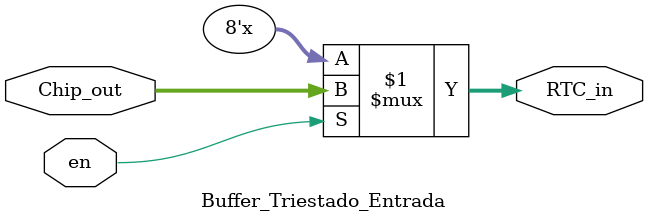
<source format=v>
`timescale 1ns / 1ps
module Buffer_Triestado_Entrada(
    input en,
    input [7:0] Chip_out,
    output [7:0] RTC_in
    );
    
	 assign RTC_in = en ? Chip_out : 8'bz; 

endmodule

</source>
